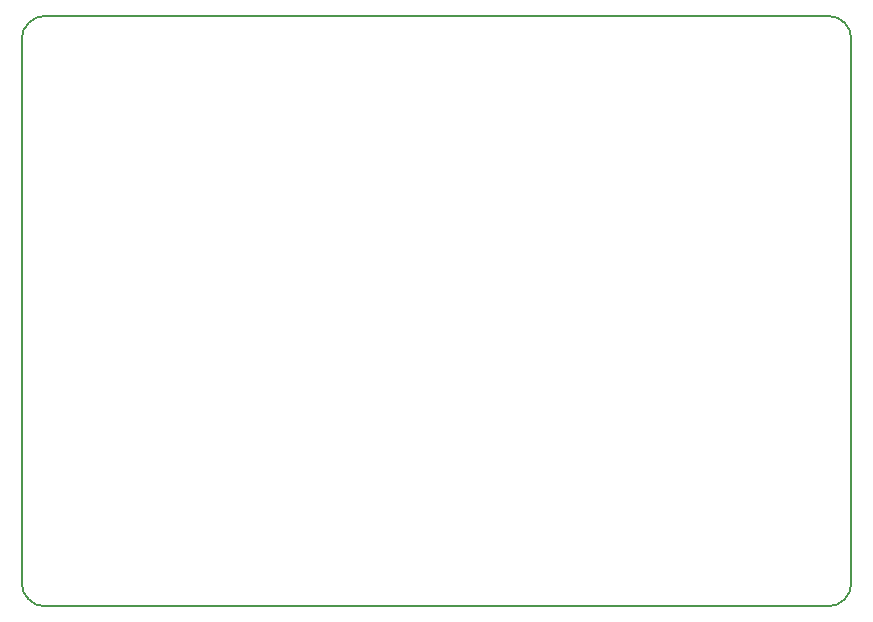
<source format=gm1>
G04 #@! TF.FileFunction,Profile,NP*
%FSLAX46Y46*%
G04 Gerber Fmt 4.6, Leading zero omitted, Abs format (unit mm)*
G04 Created by KiCad (PCBNEW 4.0.5) date 07/20/17 14:13:58*
%MOMM*%
%LPD*%
G01*
G04 APERTURE LIST*
%ADD10C,0.100000*%
%ADD11C,0.150000*%
G04 APERTURE END LIST*
D10*
D11*
X182250000Y-125000000D02*
X182250000Y-79000000D01*
X114000000Y-127000000D02*
X180250000Y-127000000D01*
X180250000Y-77000000D02*
X114000000Y-77000000D01*
X112000000Y-79000000D02*
X112000000Y-125000000D01*
X182250000Y-79000000D02*
G75*
G03X180250000Y-77000000I-2000000J0D01*
G01*
X180250000Y-127000000D02*
G75*
G03X182250000Y-125000000I0J2000000D01*
G01*
X112000000Y-125000000D02*
G75*
G03X114000000Y-127000000I2000000J0D01*
G01*
X114000000Y-77000000D02*
G75*
G03X112000000Y-79000000I0J-2000000D01*
G01*
M02*

</source>
